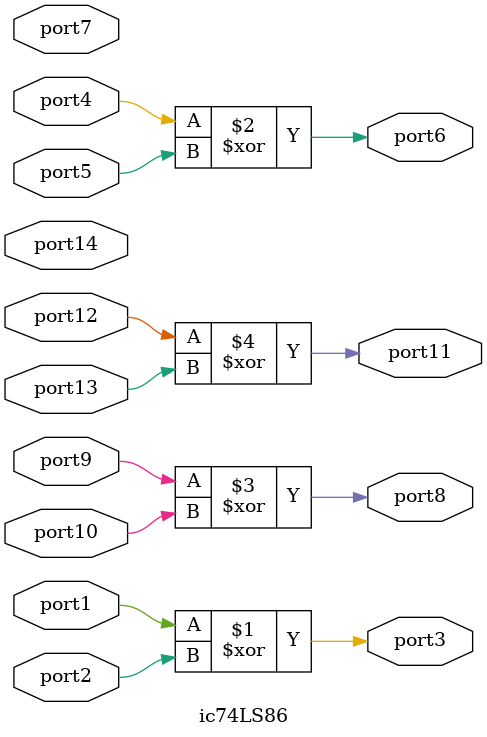
<source format=v>
module ic74LS86(
input wire port1,
input wire port2,
output wire port3,
input wire port4,
input wire port5,
output wire port6,
input wire port7,
output wire port8,
input wire port9,
input wire port10,
output wire port11,
input wire port12,
input wire port13,
input wire port14
);

assign port3 = port1 ^ port2;
assign port6 = port4 ^ port5;
assign port8 = port9 ^ port10;
assign port11 = port12 ^ port13;

endmodule
</source>
